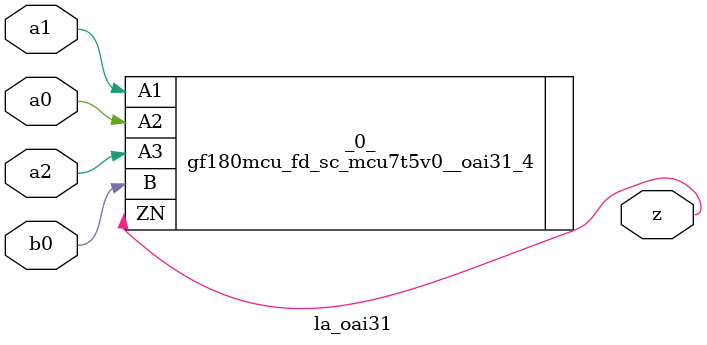
<source format=v>

/* Generated by Yosys 0.44 (git sha1 80ba43d26, g++ 11.4.0-1ubuntu1~22.04 -fPIC -O3) */

(* top =  1  *)
(* src = "generated" *)
module la_oai31 (
    a0,
    a1,
    a2,
    b0,
    z
);
  (* src = "generated" *)
  input a0;
  wire a0;
  (* src = "generated" *)
  input a1;
  wire a1;
  (* src = "generated" *)
  input a2;
  wire a2;
  (* src = "generated" *)
  input b0;
  wire b0;
  (* src = "generated" *)
  output z;
  wire z;
  gf180mcu_fd_sc_mcu7t5v0__oai31_4 _0_ (
      .A1(a1),
      .A2(a0),
      .A3(a2),
      .B (b0),
      .ZN(z)
  );
endmodule

</source>
